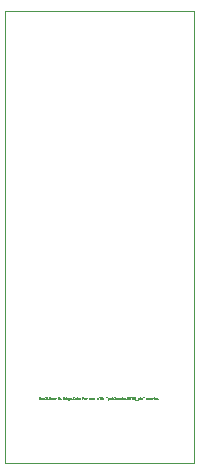
<source format=gbr>
G04 #@! TF.GenerationSoftware,KiCad,Pcbnew,5.1.4-e60b266~84~ubuntu19.04.1*
G04 #@! TF.CreationDate,2019-10-28T00:33:19-04:00*
G04 #@! TF.ProjectId,pcb2molex8878_pin,70636232-6d6f-46c6-9578-383837385f70,rev?*
G04 #@! TF.SameCoordinates,Original*
G04 #@! TF.FileFunction,Other,ECO2*
%FSLAX46Y46*%
G04 Gerber Fmt 4.6, Leading zero omitted, Abs format (unit mm)*
G04 Created by KiCad (PCBNEW 5.1.4-e60b266~84~ubuntu19.04.1) date 2019-10-28 00:33:19*
%MOMM*%
%LPD*%
G04 APERTURE LIST*
%ADD10C,0.010000*%
G04 APERTURE END LIST*
D10*
X139218400Y-80087000D02*
X155218400Y-80087000D01*
X155218400Y-118287000D02*
X155218400Y-80087000D01*
X139218400Y-80087000D02*
X139218400Y-118287000D01*
X155218400Y-118287000D02*
X139218400Y-118287000D01*
X142125542Y-112822714D02*
X142192209Y-112822714D01*
X142220780Y-112927476D02*
X142125542Y-112927476D01*
X142125542Y-112727476D01*
X142220780Y-112727476D01*
X142392209Y-112917952D02*
X142373161Y-112927476D01*
X142335066Y-112927476D01*
X142316019Y-112917952D01*
X142306495Y-112908428D01*
X142296971Y-112889380D01*
X142296971Y-112832238D01*
X142306495Y-112813190D01*
X142316019Y-112803666D01*
X142335066Y-112794142D01*
X142373161Y-112794142D01*
X142392209Y-112803666D01*
X142506495Y-112927476D02*
X142487447Y-112917952D01*
X142477923Y-112908428D01*
X142468400Y-112889380D01*
X142468400Y-112832238D01*
X142477923Y-112813190D01*
X142487447Y-112803666D01*
X142506495Y-112794142D01*
X142535066Y-112794142D01*
X142554114Y-112803666D01*
X142563638Y-112813190D01*
X142573161Y-112832238D01*
X142573161Y-112889380D01*
X142563638Y-112908428D01*
X142554114Y-112917952D01*
X142535066Y-112927476D01*
X142506495Y-112927476D01*
X142649352Y-112746523D02*
X142658876Y-112737000D01*
X142677923Y-112727476D01*
X142725542Y-112727476D01*
X142744590Y-112737000D01*
X142754114Y-112746523D01*
X142763638Y-112765571D01*
X142763638Y-112784619D01*
X142754114Y-112813190D01*
X142639828Y-112927476D01*
X142763638Y-112927476D01*
X142849352Y-112908428D02*
X142858876Y-112917952D01*
X142849352Y-112927476D01*
X142839828Y-112917952D01*
X142849352Y-112908428D01*
X142849352Y-112927476D01*
X142944590Y-112727476D02*
X142944590Y-112889380D01*
X142954114Y-112908428D01*
X142963638Y-112917952D01*
X142982685Y-112927476D01*
X143020780Y-112927476D01*
X143039828Y-112917952D01*
X143049352Y-112908428D01*
X143058876Y-112889380D01*
X143058876Y-112727476D01*
X143144590Y-112917952D02*
X143163638Y-112927476D01*
X143201733Y-112927476D01*
X143220780Y-112917952D01*
X143230304Y-112898904D01*
X143230304Y-112889380D01*
X143220780Y-112870333D01*
X143201733Y-112860809D01*
X143173161Y-112860809D01*
X143154114Y-112851285D01*
X143144590Y-112832238D01*
X143144590Y-112822714D01*
X143154114Y-112803666D01*
X143173161Y-112794142D01*
X143201733Y-112794142D01*
X143220780Y-112803666D01*
X143392209Y-112917952D02*
X143373161Y-112927476D01*
X143335066Y-112927476D01*
X143316019Y-112917952D01*
X143306495Y-112898904D01*
X143306495Y-112822714D01*
X143316019Y-112803666D01*
X143335066Y-112794142D01*
X143373161Y-112794142D01*
X143392209Y-112803666D01*
X143401733Y-112822714D01*
X143401733Y-112841761D01*
X143306495Y-112860809D01*
X143487447Y-112927476D02*
X143487447Y-112794142D01*
X143487447Y-112832238D02*
X143496971Y-112813190D01*
X143506495Y-112803666D01*
X143525542Y-112794142D01*
X143544590Y-112794142D01*
X143763638Y-112927476D02*
X143763638Y-112794142D01*
X143763638Y-112727476D02*
X143754114Y-112737000D01*
X143763638Y-112746523D01*
X143773161Y-112737000D01*
X143763638Y-112727476D01*
X143763638Y-112746523D01*
X143849352Y-112917952D02*
X143868400Y-112927476D01*
X143906495Y-112927476D01*
X143925542Y-112917952D01*
X143935066Y-112898904D01*
X143935066Y-112889380D01*
X143925542Y-112870333D01*
X143906495Y-112860809D01*
X143877923Y-112860809D01*
X143858876Y-112851285D01*
X143849352Y-112832238D01*
X143849352Y-112822714D01*
X143858876Y-112803666D01*
X143877923Y-112794142D01*
X143906495Y-112794142D01*
X143925542Y-112803666D01*
X144173161Y-112822714D02*
X144239828Y-112822714D01*
X144268400Y-112927476D02*
X144173161Y-112927476D01*
X144173161Y-112727476D01*
X144268400Y-112727476D01*
X144439828Y-112927476D02*
X144439828Y-112727476D01*
X144439828Y-112917952D02*
X144420780Y-112927476D01*
X144382685Y-112927476D01*
X144363638Y-112917952D01*
X144354114Y-112908428D01*
X144344590Y-112889380D01*
X144344590Y-112832238D01*
X144354114Y-112813190D01*
X144363638Y-112803666D01*
X144382685Y-112794142D01*
X144420780Y-112794142D01*
X144439828Y-112803666D01*
X144620780Y-112794142D02*
X144620780Y-112956047D01*
X144611257Y-112975095D01*
X144601733Y-112984619D01*
X144582685Y-112994142D01*
X144554114Y-112994142D01*
X144535066Y-112984619D01*
X144620780Y-112917952D02*
X144601733Y-112927476D01*
X144563638Y-112927476D01*
X144544590Y-112917952D01*
X144535066Y-112908428D01*
X144525542Y-112889380D01*
X144525542Y-112832238D01*
X144535066Y-112813190D01*
X144544590Y-112803666D01*
X144563638Y-112794142D01*
X144601733Y-112794142D01*
X144620780Y-112803666D01*
X144792209Y-112917952D02*
X144773161Y-112927476D01*
X144735066Y-112927476D01*
X144716019Y-112917952D01*
X144706495Y-112898904D01*
X144706495Y-112822714D01*
X144716019Y-112803666D01*
X144735066Y-112794142D01*
X144773161Y-112794142D01*
X144792209Y-112803666D01*
X144801733Y-112822714D01*
X144801733Y-112841761D01*
X144706495Y-112860809D01*
X144887447Y-112908428D02*
X144896971Y-112917952D01*
X144887447Y-112927476D01*
X144877923Y-112917952D01*
X144887447Y-112908428D01*
X144887447Y-112927476D01*
X145096971Y-112908428D02*
X145087447Y-112917952D01*
X145058876Y-112927476D01*
X145039828Y-112927476D01*
X145011257Y-112917952D01*
X144992209Y-112898904D01*
X144982685Y-112879857D01*
X144973161Y-112841761D01*
X144973161Y-112813190D01*
X144982685Y-112775095D01*
X144992209Y-112756047D01*
X145011257Y-112737000D01*
X145039828Y-112727476D01*
X145058876Y-112727476D01*
X145087447Y-112737000D01*
X145096971Y-112746523D01*
X145268400Y-112794142D02*
X145268400Y-112927476D01*
X145182685Y-112794142D02*
X145182685Y-112898904D01*
X145192209Y-112917952D01*
X145211257Y-112927476D01*
X145239828Y-112927476D01*
X145258876Y-112917952D01*
X145268400Y-112908428D01*
X145335066Y-112794142D02*
X145411257Y-112794142D01*
X145363638Y-112727476D02*
X145363638Y-112898904D01*
X145373161Y-112917952D01*
X145392209Y-112927476D01*
X145411257Y-112927476D01*
X145468400Y-112917952D02*
X145487447Y-112927476D01*
X145525542Y-112927476D01*
X145544590Y-112917952D01*
X145554114Y-112898904D01*
X145554114Y-112889380D01*
X145544590Y-112870333D01*
X145525542Y-112860809D01*
X145496971Y-112860809D01*
X145477923Y-112851285D01*
X145468400Y-112832238D01*
X145468400Y-112822714D01*
X145477923Y-112803666D01*
X145496971Y-112794142D01*
X145525542Y-112794142D01*
X145544590Y-112803666D01*
X145763638Y-112794142D02*
X145839828Y-112794142D01*
X145792209Y-112927476D02*
X145792209Y-112756047D01*
X145801733Y-112737000D01*
X145820780Y-112727476D01*
X145839828Y-112727476D01*
X145935066Y-112927476D02*
X145916019Y-112917952D01*
X145906495Y-112908428D01*
X145896971Y-112889380D01*
X145896971Y-112832238D01*
X145906495Y-112813190D01*
X145916019Y-112803666D01*
X145935066Y-112794142D01*
X145963638Y-112794142D01*
X145982685Y-112803666D01*
X145992209Y-112813190D01*
X146001733Y-112832238D01*
X146001733Y-112889380D01*
X145992209Y-112908428D01*
X145982685Y-112917952D01*
X145963638Y-112927476D01*
X145935066Y-112927476D01*
X146087447Y-112927476D02*
X146087447Y-112794142D01*
X146087447Y-112832238D02*
X146096971Y-112813190D01*
X146106495Y-112803666D01*
X146125542Y-112794142D01*
X146144590Y-112794142D01*
X146449352Y-112794142D02*
X146449352Y-112927476D01*
X146363638Y-112794142D02*
X146363638Y-112898904D01*
X146373161Y-112917952D01*
X146392209Y-112927476D01*
X146420780Y-112927476D01*
X146439828Y-112917952D01*
X146449352Y-112908428D01*
X146535066Y-112917952D02*
X146554114Y-112927476D01*
X146592209Y-112927476D01*
X146611257Y-112917952D01*
X146620780Y-112898904D01*
X146620780Y-112889380D01*
X146611257Y-112870333D01*
X146592209Y-112860809D01*
X146563638Y-112860809D01*
X146544590Y-112851285D01*
X146535066Y-112832238D01*
X146535066Y-112822714D01*
X146544590Y-112803666D01*
X146563638Y-112794142D01*
X146592209Y-112794142D01*
X146611257Y-112803666D01*
X146782685Y-112917952D02*
X146763638Y-112927476D01*
X146725542Y-112927476D01*
X146706495Y-112917952D01*
X146696971Y-112898904D01*
X146696971Y-112822714D01*
X146706495Y-112803666D01*
X146725542Y-112794142D01*
X146763638Y-112794142D01*
X146782685Y-112803666D01*
X146792209Y-112822714D01*
X146792209Y-112841761D01*
X146696971Y-112860809D01*
X147011257Y-112794142D02*
X147049352Y-112927476D01*
X147087447Y-112832238D01*
X147125542Y-112927476D01*
X147163638Y-112794142D01*
X147239828Y-112927476D02*
X147239828Y-112794142D01*
X147239828Y-112727476D02*
X147230304Y-112737000D01*
X147239828Y-112746523D01*
X147249352Y-112737000D01*
X147239828Y-112727476D01*
X147239828Y-112746523D01*
X147306495Y-112794142D02*
X147382685Y-112794142D01*
X147335066Y-112727476D02*
X147335066Y-112898904D01*
X147344590Y-112917952D01*
X147363638Y-112927476D01*
X147382685Y-112927476D01*
X147449352Y-112927476D02*
X147449352Y-112727476D01*
X147535066Y-112927476D02*
X147535066Y-112822714D01*
X147525542Y-112803666D01*
X147506495Y-112794142D01*
X147477923Y-112794142D01*
X147458876Y-112803666D01*
X147449352Y-112813190D01*
X147773161Y-112727476D02*
X147773161Y-112765571D01*
X147849352Y-112727476D02*
X147849352Y-112765571D01*
X147935066Y-112794142D02*
X147935066Y-112994142D01*
X147935066Y-112803666D02*
X147954114Y-112794142D01*
X147992209Y-112794142D01*
X148011257Y-112803666D01*
X148020780Y-112813190D01*
X148030304Y-112832238D01*
X148030304Y-112889380D01*
X148020780Y-112908428D01*
X148011257Y-112917952D01*
X147992209Y-112927476D01*
X147954114Y-112927476D01*
X147935066Y-112917952D01*
X148201733Y-112917952D02*
X148182685Y-112927476D01*
X148144590Y-112927476D01*
X148125542Y-112917952D01*
X148116019Y-112908428D01*
X148106495Y-112889380D01*
X148106495Y-112832238D01*
X148116019Y-112813190D01*
X148125542Y-112803666D01*
X148144590Y-112794142D01*
X148182685Y-112794142D01*
X148201733Y-112803666D01*
X148287447Y-112927476D02*
X148287447Y-112727476D01*
X148287447Y-112803666D02*
X148306495Y-112794142D01*
X148344590Y-112794142D01*
X148363638Y-112803666D01*
X148373161Y-112813190D01*
X148382685Y-112832238D01*
X148382685Y-112889380D01*
X148373161Y-112908428D01*
X148363638Y-112917952D01*
X148344590Y-112927476D01*
X148306495Y-112927476D01*
X148287447Y-112917952D01*
X148458876Y-112746523D02*
X148468400Y-112737000D01*
X148487447Y-112727476D01*
X148535066Y-112727476D01*
X148554114Y-112737000D01*
X148563638Y-112746523D01*
X148573161Y-112765571D01*
X148573161Y-112784619D01*
X148563638Y-112813190D01*
X148449352Y-112927476D01*
X148573161Y-112927476D01*
X148658876Y-112927476D02*
X148658876Y-112794142D01*
X148658876Y-112813190D02*
X148668400Y-112803666D01*
X148687447Y-112794142D01*
X148716019Y-112794142D01*
X148735066Y-112803666D01*
X148744590Y-112822714D01*
X148744590Y-112927476D01*
X148744590Y-112822714D02*
X148754114Y-112803666D01*
X148773161Y-112794142D01*
X148801733Y-112794142D01*
X148820780Y-112803666D01*
X148830304Y-112822714D01*
X148830304Y-112927476D01*
X148954114Y-112927476D02*
X148935066Y-112917952D01*
X148925542Y-112908428D01*
X148916019Y-112889380D01*
X148916019Y-112832238D01*
X148925542Y-112813190D01*
X148935066Y-112803666D01*
X148954114Y-112794142D01*
X148982685Y-112794142D01*
X149001733Y-112803666D01*
X149011257Y-112813190D01*
X149020780Y-112832238D01*
X149020780Y-112889380D01*
X149011257Y-112908428D01*
X149001733Y-112917952D01*
X148982685Y-112927476D01*
X148954114Y-112927476D01*
X149135066Y-112927476D02*
X149116019Y-112917952D01*
X149106495Y-112898904D01*
X149106495Y-112727476D01*
X149287447Y-112917952D02*
X149268400Y-112927476D01*
X149230304Y-112927476D01*
X149211257Y-112917952D01*
X149201733Y-112898904D01*
X149201733Y-112822714D01*
X149211257Y-112803666D01*
X149230304Y-112794142D01*
X149268400Y-112794142D01*
X149287447Y-112803666D01*
X149296971Y-112822714D01*
X149296971Y-112841761D01*
X149201733Y-112860809D01*
X149363638Y-112927476D02*
X149468400Y-112794142D01*
X149363638Y-112794142D02*
X149468400Y-112927476D01*
X149573161Y-112813190D02*
X149554114Y-112803666D01*
X149544590Y-112794142D01*
X149535066Y-112775095D01*
X149535066Y-112765571D01*
X149544590Y-112746523D01*
X149554114Y-112737000D01*
X149573161Y-112727476D01*
X149611257Y-112727476D01*
X149630304Y-112737000D01*
X149639828Y-112746523D01*
X149649352Y-112765571D01*
X149649352Y-112775095D01*
X149639828Y-112794142D01*
X149630304Y-112803666D01*
X149611257Y-112813190D01*
X149573161Y-112813190D01*
X149554114Y-112822714D01*
X149544590Y-112832238D01*
X149535066Y-112851285D01*
X149535066Y-112889380D01*
X149544590Y-112908428D01*
X149554114Y-112917952D01*
X149573161Y-112927476D01*
X149611257Y-112927476D01*
X149630304Y-112917952D01*
X149639828Y-112908428D01*
X149649352Y-112889380D01*
X149649352Y-112851285D01*
X149639828Y-112832238D01*
X149630304Y-112822714D01*
X149611257Y-112813190D01*
X149763638Y-112813190D02*
X149744590Y-112803666D01*
X149735066Y-112794142D01*
X149725542Y-112775095D01*
X149725542Y-112765571D01*
X149735066Y-112746523D01*
X149744590Y-112737000D01*
X149763638Y-112727476D01*
X149801733Y-112727476D01*
X149820780Y-112737000D01*
X149830304Y-112746523D01*
X149839828Y-112765571D01*
X149839828Y-112775095D01*
X149830304Y-112794142D01*
X149820780Y-112803666D01*
X149801733Y-112813190D01*
X149763638Y-112813190D01*
X149744590Y-112822714D01*
X149735066Y-112832238D01*
X149725542Y-112851285D01*
X149725542Y-112889380D01*
X149735066Y-112908428D01*
X149744590Y-112917952D01*
X149763638Y-112927476D01*
X149801733Y-112927476D01*
X149820780Y-112917952D01*
X149830304Y-112908428D01*
X149839828Y-112889380D01*
X149839828Y-112851285D01*
X149830304Y-112832238D01*
X149820780Y-112822714D01*
X149801733Y-112813190D01*
X149906495Y-112727476D02*
X150039828Y-112727476D01*
X149954114Y-112927476D01*
X150144590Y-112813190D02*
X150125542Y-112803666D01*
X150116019Y-112794142D01*
X150106495Y-112775095D01*
X150106495Y-112765571D01*
X150116019Y-112746523D01*
X150125542Y-112737000D01*
X150144590Y-112727476D01*
X150182685Y-112727476D01*
X150201733Y-112737000D01*
X150211257Y-112746523D01*
X150220780Y-112765571D01*
X150220780Y-112775095D01*
X150211257Y-112794142D01*
X150201733Y-112803666D01*
X150182685Y-112813190D01*
X150144590Y-112813190D01*
X150125542Y-112822714D01*
X150116019Y-112832238D01*
X150106495Y-112851285D01*
X150106495Y-112889380D01*
X150116019Y-112908428D01*
X150125542Y-112917952D01*
X150144590Y-112927476D01*
X150182685Y-112927476D01*
X150201733Y-112917952D01*
X150211257Y-112908428D01*
X150220780Y-112889380D01*
X150220780Y-112851285D01*
X150211257Y-112832238D01*
X150201733Y-112822714D01*
X150182685Y-112813190D01*
X150258876Y-112946523D02*
X150411257Y-112946523D01*
X150458876Y-112794142D02*
X150458876Y-112994142D01*
X150458876Y-112803666D02*
X150477923Y-112794142D01*
X150516019Y-112794142D01*
X150535066Y-112803666D01*
X150544590Y-112813190D01*
X150554114Y-112832238D01*
X150554114Y-112889380D01*
X150544590Y-112908428D01*
X150535066Y-112917952D01*
X150516019Y-112927476D01*
X150477923Y-112927476D01*
X150458876Y-112917952D01*
X150639828Y-112927476D02*
X150639828Y-112794142D01*
X150639828Y-112727476D02*
X150630304Y-112737000D01*
X150639828Y-112746523D01*
X150649352Y-112737000D01*
X150639828Y-112727476D01*
X150639828Y-112746523D01*
X150735066Y-112794142D02*
X150735066Y-112927476D01*
X150735066Y-112813190D02*
X150744590Y-112803666D01*
X150763638Y-112794142D01*
X150792209Y-112794142D01*
X150811257Y-112803666D01*
X150820780Y-112822714D01*
X150820780Y-112927476D01*
X150906495Y-112727476D02*
X150906495Y-112765571D01*
X150982685Y-112727476D02*
X150982685Y-112765571D01*
X151306495Y-112917952D02*
X151287447Y-112927476D01*
X151249352Y-112927476D01*
X151230304Y-112917952D01*
X151220780Y-112908428D01*
X151211257Y-112889380D01*
X151211257Y-112832238D01*
X151220780Y-112813190D01*
X151230304Y-112803666D01*
X151249352Y-112794142D01*
X151287447Y-112794142D01*
X151306495Y-112803666D01*
X151477923Y-112927476D02*
X151477923Y-112822714D01*
X151468400Y-112803666D01*
X151449352Y-112794142D01*
X151411257Y-112794142D01*
X151392209Y-112803666D01*
X151477923Y-112917952D02*
X151458876Y-112927476D01*
X151411257Y-112927476D01*
X151392209Y-112917952D01*
X151382685Y-112898904D01*
X151382685Y-112879857D01*
X151392209Y-112860809D01*
X151411257Y-112851285D01*
X151458876Y-112851285D01*
X151477923Y-112841761D01*
X151573161Y-112927476D02*
X151573161Y-112794142D01*
X151573161Y-112832238D02*
X151582685Y-112813190D01*
X151592209Y-112803666D01*
X151611257Y-112794142D01*
X151630304Y-112794142D01*
X151696971Y-112927476D02*
X151696971Y-112794142D01*
X151696971Y-112832238D02*
X151706495Y-112813190D01*
X151716019Y-112803666D01*
X151735066Y-112794142D01*
X151754114Y-112794142D01*
X151820780Y-112927476D02*
X151820780Y-112794142D01*
X151820780Y-112727476D02*
X151811257Y-112737000D01*
X151820780Y-112746523D01*
X151830304Y-112737000D01*
X151820780Y-112727476D01*
X151820780Y-112746523D01*
X151992209Y-112917952D02*
X151973161Y-112927476D01*
X151935066Y-112927476D01*
X151916019Y-112917952D01*
X151906495Y-112898904D01*
X151906495Y-112822714D01*
X151916019Y-112803666D01*
X151935066Y-112794142D01*
X151973161Y-112794142D01*
X151992209Y-112803666D01*
X152001733Y-112822714D01*
X152001733Y-112841761D01*
X151906495Y-112860809D01*
X152087447Y-112927476D02*
X152087447Y-112794142D01*
X152087447Y-112832238D02*
X152096971Y-112813190D01*
X152106495Y-112803666D01*
X152125542Y-112794142D01*
X152144590Y-112794142D01*
X152211257Y-112908428D02*
X152220780Y-112917952D01*
X152211257Y-112927476D01*
X152201733Y-112917952D01*
X152211257Y-112908428D01*
X152211257Y-112927476D01*
M02*

</source>
